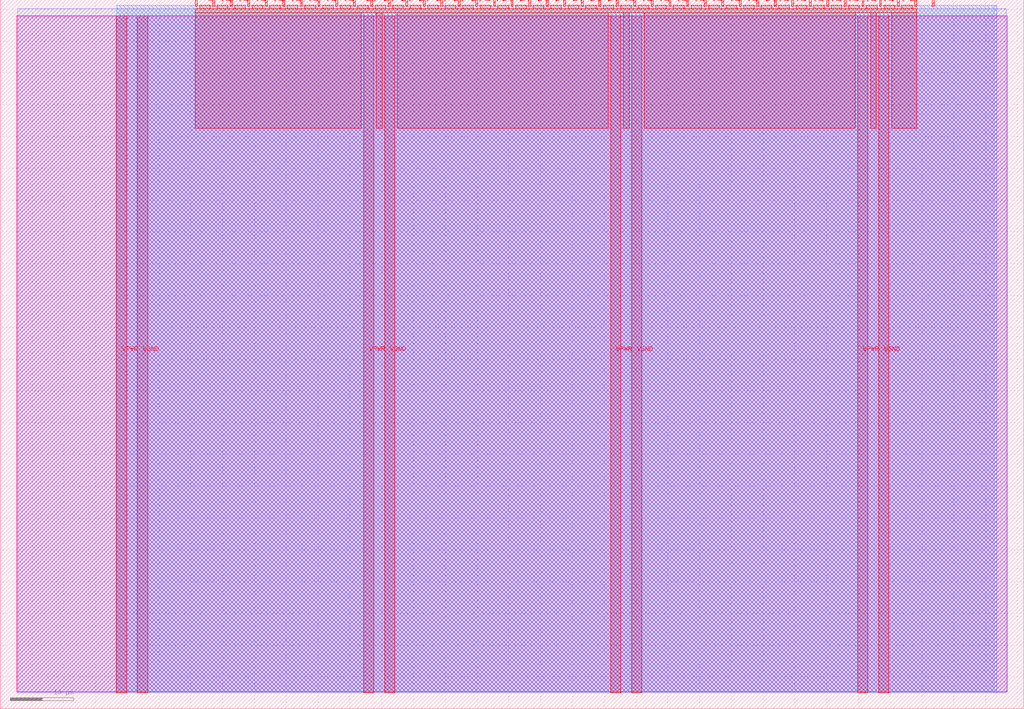
<source format=lef>
VERSION 5.7 ;
  NOWIREEXTENSIONATPIN ON ;
  DIVIDERCHAR "/" ;
  BUSBITCHARS "[]" ;
MACRO tt_um_tommythorn_workshop
  CLASS BLOCK ;
  FOREIGN tt_um_tommythorn_workshop ;
  ORIGIN 0.000 0.000 ;
  SIZE 161.000 BY 111.520 ;
  PIN VGND
    DIRECTION INOUT ;
    USE GROUND ;
    PORT
      LAYER met4 ;
        RECT 21.580 2.480 23.180 109.040 ;
    END
    PORT
      LAYER met4 ;
        RECT 60.450 2.480 62.050 109.040 ;
    END
    PORT
      LAYER met4 ;
        RECT 99.320 2.480 100.920 109.040 ;
    END
    PORT
      LAYER met4 ;
        RECT 138.190 2.480 139.790 109.040 ;
    END
  END VGND
  PIN VPWR
    DIRECTION INOUT ;
    USE POWER ;
    PORT
      LAYER met4 ;
        RECT 18.280 2.480 19.880 109.040 ;
    END
    PORT
      LAYER met4 ;
        RECT 57.150 2.480 58.750 109.040 ;
    END
    PORT
      LAYER met4 ;
        RECT 96.020 2.480 97.620 109.040 ;
    END
    PORT
      LAYER met4 ;
        RECT 134.890 2.480 136.490 109.040 ;
    END
  END VPWR
  PIN clk
    DIRECTION INPUT ;
    USE SIGNAL ;
    ANTENNAGATEAREA 0.852000 ;
    PORT
      LAYER met4 ;
        RECT 143.830 110.520 144.130 111.520 ;
    END
  END clk
  PIN ena
    DIRECTION INPUT ;
    USE SIGNAL ;
    PORT
      LAYER met4 ;
        RECT 146.590 110.520 146.890 111.520 ;
    END
  END ena
  PIN rst_n
    DIRECTION INPUT ;
    USE SIGNAL ;
    ANTENNAGATEAREA 0.196500 ;
    PORT
      LAYER met4 ;
        RECT 141.070 110.520 141.370 111.520 ;
    END
  END rst_n
  PIN ui_in[0]
    DIRECTION INPUT ;
    USE SIGNAL ;
    ANTENNAGATEAREA 0.196500 ;
    PORT
      LAYER met4 ;
        RECT 138.310 110.520 138.610 111.520 ;
    END
  END ui_in[0]
  PIN ui_in[1]
    DIRECTION INPUT ;
    USE SIGNAL ;
    ANTENNAGATEAREA 0.196500 ;
    PORT
      LAYER met4 ;
        RECT 135.550 110.520 135.850 111.520 ;
    END
  END ui_in[1]
  PIN ui_in[2]
    DIRECTION INPUT ;
    USE SIGNAL ;
    ANTENNAGATEAREA 0.196500 ;
    PORT
      LAYER met4 ;
        RECT 132.790 110.520 133.090 111.520 ;
    END
  END ui_in[2]
  PIN ui_in[3]
    DIRECTION INPUT ;
    USE SIGNAL ;
    ANTENNAGATEAREA 0.196500 ;
    PORT
      LAYER met4 ;
        RECT 130.030 110.520 130.330 111.520 ;
    END
  END ui_in[3]
  PIN ui_in[4]
    DIRECTION INPUT ;
    USE SIGNAL ;
    ANTENNAGATEAREA 0.196500 ;
    PORT
      LAYER met4 ;
        RECT 127.270 110.520 127.570 111.520 ;
    END
  END ui_in[4]
  PIN ui_in[5]
    DIRECTION INPUT ;
    USE SIGNAL ;
    ANTENNAGATEAREA 0.196500 ;
    PORT
      LAYER met4 ;
        RECT 124.510 110.520 124.810 111.520 ;
    END
  END ui_in[5]
  PIN ui_in[6]
    DIRECTION INPUT ;
    USE SIGNAL ;
    PORT
      LAYER met4 ;
        RECT 121.750 110.520 122.050 111.520 ;
    END
  END ui_in[6]
  PIN ui_in[7]
    DIRECTION INPUT ;
    USE SIGNAL ;
    PORT
      LAYER met4 ;
        RECT 118.990 110.520 119.290 111.520 ;
    END
  END ui_in[7]
  PIN uio_in[0]
    DIRECTION INPUT ;
    USE SIGNAL ;
    ANTENNAGATEAREA 0.196500 ;
    PORT
      LAYER met4 ;
        RECT 116.230 110.520 116.530 111.520 ;
    END
  END uio_in[0]
  PIN uio_in[1]
    DIRECTION INPUT ;
    USE SIGNAL ;
    ANTENNAGATEAREA 0.196500 ;
    PORT
      LAYER met4 ;
        RECT 113.470 110.520 113.770 111.520 ;
    END
  END uio_in[1]
  PIN uio_in[2]
    DIRECTION INPUT ;
    USE SIGNAL ;
    ANTENNAGATEAREA 0.196500 ;
    PORT
      LAYER met4 ;
        RECT 110.710 110.520 111.010 111.520 ;
    END
  END uio_in[2]
  PIN uio_in[3]
    DIRECTION INPUT ;
    USE SIGNAL ;
    ANTENNAGATEAREA 0.196500 ;
    PORT
      LAYER met4 ;
        RECT 107.950 110.520 108.250 111.520 ;
    END
  END uio_in[3]
  PIN uio_in[4]
    DIRECTION INPUT ;
    USE SIGNAL ;
    ANTENNAGATEAREA 0.196500 ;
    PORT
      LAYER met4 ;
        RECT 105.190 110.520 105.490 111.520 ;
    END
  END uio_in[4]
  PIN uio_in[5]
    DIRECTION INPUT ;
    USE SIGNAL ;
    ANTENNAGATEAREA 0.196500 ;
    PORT
      LAYER met4 ;
        RECT 102.430 110.520 102.730 111.520 ;
    END
  END uio_in[5]
  PIN uio_in[6]
    DIRECTION INPUT ;
    USE SIGNAL ;
    PORT
      LAYER met4 ;
        RECT 99.670 110.520 99.970 111.520 ;
    END
  END uio_in[6]
  PIN uio_in[7]
    DIRECTION INPUT ;
    USE SIGNAL ;
    PORT
      LAYER met4 ;
        RECT 96.910 110.520 97.210 111.520 ;
    END
  END uio_in[7]
  PIN uio_oe[0]
    DIRECTION OUTPUT ;
    USE SIGNAL ;
    PORT
      LAYER met4 ;
        RECT 49.990 110.520 50.290 111.520 ;
    END
  END uio_oe[0]
  PIN uio_oe[1]
    DIRECTION OUTPUT ;
    USE SIGNAL ;
    PORT
      LAYER met4 ;
        RECT 47.230 110.520 47.530 111.520 ;
    END
  END uio_oe[1]
  PIN uio_oe[2]
    DIRECTION OUTPUT ;
    USE SIGNAL ;
    PORT
      LAYER met4 ;
        RECT 44.470 110.520 44.770 111.520 ;
    END
  END uio_oe[2]
  PIN uio_oe[3]
    DIRECTION OUTPUT ;
    USE SIGNAL ;
    PORT
      LAYER met4 ;
        RECT 41.710 110.520 42.010 111.520 ;
    END
  END uio_oe[3]
  PIN uio_oe[4]
    DIRECTION OUTPUT ;
    USE SIGNAL ;
    PORT
      LAYER met4 ;
        RECT 38.950 110.520 39.250 111.520 ;
    END
  END uio_oe[4]
  PIN uio_oe[5]
    DIRECTION OUTPUT ;
    USE SIGNAL ;
    PORT
      LAYER met4 ;
        RECT 36.190 110.520 36.490 111.520 ;
    END
  END uio_oe[5]
  PIN uio_oe[6]
    DIRECTION OUTPUT ;
    USE SIGNAL ;
    PORT
      LAYER met4 ;
        RECT 33.430 110.520 33.730 111.520 ;
    END
  END uio_oe[6]
  PIN uio_oe[7]
    DIRECTION OUTPUT ;
    USE SIGNAL ;
    PORT
      LAYER met4 ;
        RECT 30.670 110.520 30.970 111.520 ;
    END
  END uio_oe[7]
  PIN uio_out[0]
    DIRECTION OUTPUT ;
    USE SIGNAL ;
    PORT
      LAYER met4 ;
        RECT 72.070 110.520 72.370 111.520 ;
    END
  END uio_out[0]
  PIN uio_out[1]
    DIRECTION OUTPUT ;
    USE SIGNAL ;
    PORT
      LAYER met4 ;
        RECT 69.310 110.520 69.610 111.520 ;
    END
  END uio_out[1]
  PIN uio_out[2]
    DIRECTION OUTPUT ;
    USE SIGNAL ;
    PORT
      LAYER met4 ;
        RECT 66.550 110.520 66.850 111.520 ;
    END
  END uio_out[2]
  PIN uio_out[3]
    DIRECTION OUTPUT ;
    USE SIGNAL ;
    PORT
      LAYER met4 ;
        RECT 63.790 110.520 64.090 111.520 ;
    END
  END uio_out[3]
  PIN uio_out[4]
    DIRECTION OUTPUT ;
    USE SIGNAL ;
    PORT
      LAYER met4 ;
        RECT 61.030 110.520 61.330 111.520 ;
    END
  END uio_out[4]
  PIN uio_out[5]
    DIRECTION OUTPUT ;
    USE SIGNAL ;
    PORT
      LAYER met4 ;
        RECT 58.270 110.520 58.570 111.520 ;
    END
  END uio_out[5]
  PIN uio_out[6]
    DIRECTION OUTPUT ;
    USE SIGNAL ;
    PORT
      LAYER met4 ;
        RECT 55.510 110.520 55.810 111.520 ;
    END
  END uio_out[6]
  PIN uio_out[7]
    DIRECTION OUTPUT ;
    USE SIGNAL ;
    PORT
      LAYER met4 ;
        RECT 52.750 110.520 53.050 111.520 ;
    END
  END uio_out[7]
  PIN uo_out[0]
    DIRECTION OUTPUT ;
    USE SIGNAL ;
    ANTENNADIFFAREA 0.445500 ;
    PORT
      LAYER met4 ;
        RECT 94.150 110.520 94.450 111.520 ;
    END
  END uo_out[0]
  PIN uo_out[1]
    DIRECTION OUTPUT ;
    USE SIGNAL ;
    ANTENNADIFFAREA 0.795200 ;
    PORT
      LAYER met4 ;
        RECT 91.390 110.520 91.690 111.520 ;
    END
  END uo_out[1]
  PIN uo_out[2]
    DIRECTION OUTPUT ;
    USE SIGNAL ;
    ANTENNADIFFAREA 0.924000 ;
    PORT
      LAYER met4 ;
        RECT 88.630 110.520 88.930 111.520 ;
    END
  END uo_out[2]
  PIN uo_out[3]
    DIRECTION OUTPUT ;
    USE SIGNAL ;
    ANTENNADIFFAREA 1.242000 ;
    PORT
      LAYER met4 ;
        RECT 85.870 110.520 86.170 111.520 ;
    END
  END uo_out[3]
  PIN uo_out[4]
    DIRECTION OUTPUT ;
    USE SIGNAL ;
    ANTENNADIFFAREA 1.721000 ;
    PORT
      LAYER met4 ;
        RECT 83.110 110.520 83.410 111.520 ;
    END
  END uo_out[4]
  PIN uo_out[5]
    DIRECTION OUTPUT ;
    USE SIGNAL ;
    ANTENNADIFFAREA 1.721000 ;
    PORT
      LAYER met4 ;
        RECT 80.350 110.520 80.650 111.520 ;
    END
  END uo_out[5]
  PIN uo_out[6]
    DIRECTION OUTPUT ;
    USE SIGNAL ;
    ANTENNADIFFAREA 1.721000 ;
    PORT
      LAYER met4 ;
        RECT 77.590 110.520 77.890 111.520 ;
    END
  END uo_out[6]
  PIN uo_out[7]
    DIRECTION OUTPUT ;
    USE SIGNAL ;
    ANTENNADIFFAREA 1.721000 ;
    PORT
      LAYER met4 ;
        RECT 74.830 110.520 75.130 111.520 ;
    END
  END uo_out[7]
  OBS
      LAYER nwell ;
        RECT 2.570 2.635 158.430 108.990 ;
      LAYER li1 ;
        RECT 2.760 2.635 158.240 108.885 ;
      LAYER met1 ;
        RECT 2.760 2.480 158.240 110.120 ;
      LAYER met2 ;
        RECT 18.310 2.535 156.760 110.685 ;
      LAYER met3 ;
        RECT 18.290 2.555 156.335 110.665 ;
      LAYER met4 ;
        RECT 31.370 110.120 33.030 110.665 ;
        RECT 34.130 110.120 35.790 110.665 ;
        RECT 36.890 110.120 38.550 110.665 ;
        RECT 39.650 110.120 41.310 110.665 ;
        RECT 42.410 110.120 44.070 110.665 ;
        RECT 45.170 110.120 46.830 110.665 ;
        RECT 47.930 110.120 49.590 110.665 ;
        RECT 50.690 110.120 52.350 110.665 ;
        RECT 53.450 110.120 55.110 110.665 ;
        RECT 56.210 110.120 57.870 110.665 ;
        RECT 58.970 110.120 60.630 110.665 ;
        RECT 61.730 110.120 63.390 110.665 ;
        RECT 64.490 110.120 66.150 110.665 ;
        RECT 67.250 110.120 68.910 110.665 ;
        RECT 70.010 110.120 71.670 110.665 ;
        RECT 72.770 110.120 74.430 110.665 ;
        RECT 75.530 110.120 77.190 110.665 ;
        RECT 78.290 110.120 79.950 110.665 ;
        RECT 81.050 110.120 82.710 110.665 ;
        RECT 83.810 110.120 85.470 110.665 ;
        RECT 86.570 110.120 88.230 110.665 ;
        RECT 89.330 110.120 90.990 110.665 ;
        RECT 92.090 110.120 93.750 110.665 ;
        RECT 94.850 110.120 96.510 110.665 ;
        RECT 97.610 110.120 99.270 110.665 ;
        RECT 100.370 110.120 102.030 110.665 ;
        RECT 103.130 110.120 104.790 110.665 ;
        RECT 105.890 110.120 107.550 110.665 ;
        RECT 108.650 110.120 110.310 110.665 ;
        RECT 111.410 110.120 113.070 110.665 ;
        RECT 114.170 110.120 115.830 110.665 ;
        RECT 116.930 110.120 118.590 110.665 ;
        RECT 119.690 110.120 121.350 110.665 ;
        RECT 122.450 110.120 124.110 110.665 ;
        RECT 125.210 110.120 126.870 110.665 ;
        RECT 127.970 110.120 129.630 110.665 ;
        RECT 130.730 110.120 132.390 110.665 ;
        RECT 133.490 110.120 135.150 110.665 ;
        RECT 136.250 110.120 137.910 110.665 ;
        RECT 139.010 110.120 140.670 110.665 ;
        RECT 141.770 110.120 143.430 110.665 ;
        RECT 30.655 109.440 144.145 110.120 ;
        RECT 30.655 91.295 56.750 109.440 ;
        RECT 59.150 91.295 60.050 109.440 ;
        RECT 62.450 91.295 95.620 109.440 ;
        RECT 98.020 91.295 98.920 109.440 ;
        RECT 101.320 91.295 134.490 109.440 ;
        RECT 136.890 91.295 137.790 109.440 ;
        RECT 140.190 91.295 144.145 109.440 ;
  END
END tt_um_tommythorn_workshop
END LIBRARY


</source>
